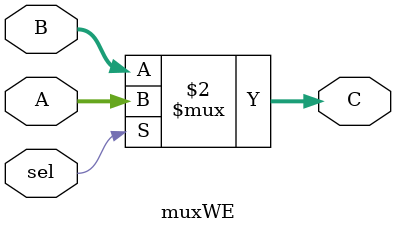
<source format=v>
`timescale 1ns/1ns

module muxWE(
    input sel,
    input [31:0] A,
    input [31:0] B,
    output [31:0] C
);

   
    assign C = (sel == 1'b1) ? A : B;

endmodule


</source>
